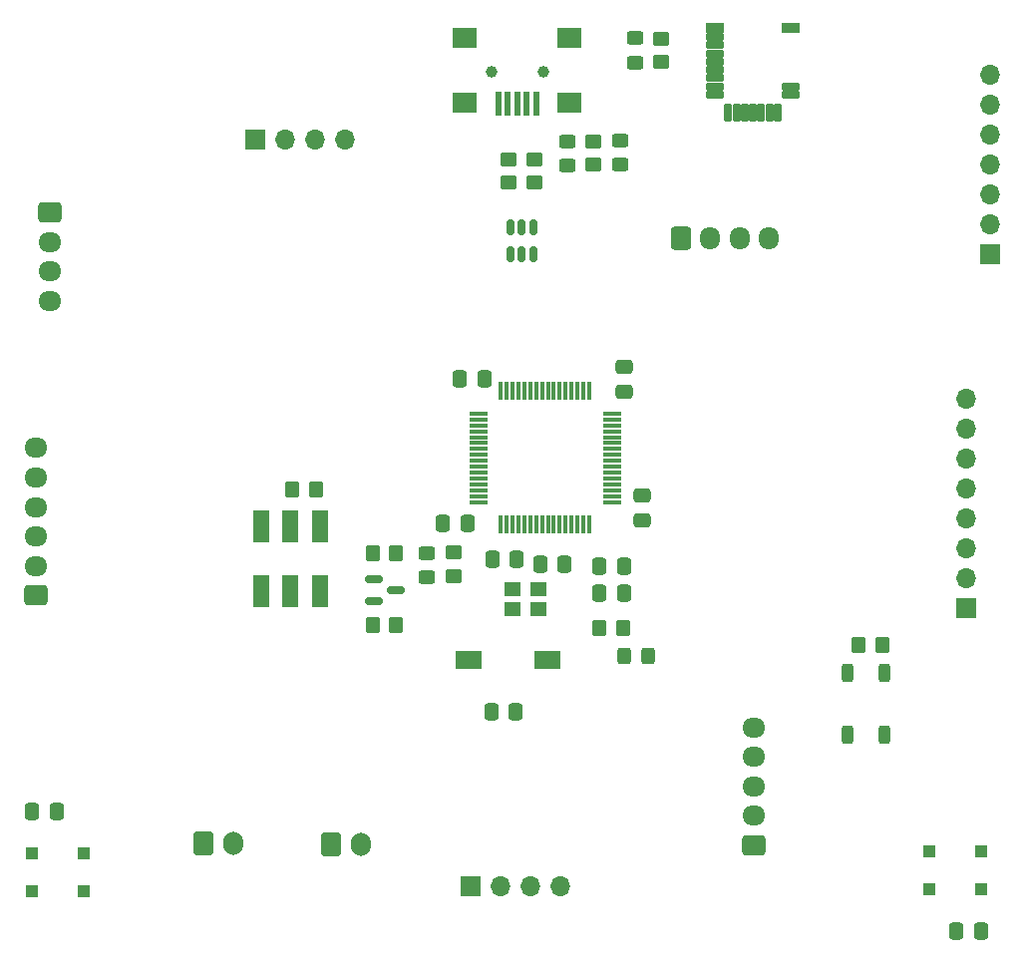
<source format=gbr>
%TF.GenerationSoftware,KiCad,Pcbnew,9.0.1*%
%TF.CreationDate,2025-05-07T09:32:19-06:00*%
%TF.ProjectId,2025_04_STM32F103_RobotBrain,32303235-5f30-4345-9f53-544d33324631,rev?*%
%TF.SameCoordinates,Original*%
%TF.FileFunction,Soldermask,Top*%
%TF.FilePolarity,Negative*%
%FSLAX46Y46*%
G04 Gerber Fmt 4.6, Leading zero omitted, Abs format (unit mm)*
G04 Created by KiCad (PCBNEW 9.0.1) date 2025-05-07 09:32:19*
%MOMM*%
%LPD*%
G01*
G04 APERTURE LIST*
G04 Aperture macros list*
%AMRoundRect*
0 Rectangle with rounded corners*
0 $1 Rounding radius*
0 $2 $3 $4 $5 $6 $7 $8 $9 X,Y pos of 4 corners*
0 Add a 4 corners polygon primitive as box body*
4,1,4,$2,$3,$4,$5,$6,$7,$8,$9,$2,$3,0*
0 Add four circle primitives for the rounded corners*
1,1,$1+$1,$2,$3*
1,1,$1+$1,$4,$5*
1,1,$1+$1,$6,$7*
1,1,$1+$1,$8,$9*
0 Add four rect primitives between the rounded corners*
20,1,$1+$1,$2,$3,$4,$5,0*
20,1,$1+$1,$4,$5,$6,$7,0*
20,1,$1+$1,$6,$7,$8,$9,0*
20,1,$1+$1,$8,$9,$2,$3,0*%
G04 Aperture macros list end*
%ADD10RoundRect,0.250000X-0.450000X0.350000X-0.450000X-0.350000X0.450000X-0.350000X0.450000X0.350000X0*%
%ADD11RoundRect,0.075000X0.075000X-0.700000X0.075000X0.700000X-0.075000X0.700000X-0.075000X-0.700000X0*%
%ADD12RoundRect,0.075000X0.700000X-0.075000X0.700000X0.075000X-0.700000X0.075000X-0.700000X-0.075000X0*%
%ADD13RoundRect,0.250000X0.350000X0.450000X-0.350000X0.450000X-0.350000X-0.450000X0.350000X-0.450000X0*%
%ADD14RoundRect,0.250000X0.450000X-0.350000X0.450000X0.350000X-0.450000X0.350000X-0.450000X-0.350000X0*%
%ADD15RoundRect,0.250000X-0.337500X-0.475000X0.337500X-0.475000X0.337500X0.475000X-0.337500X0.475000X0*%
%ADD16RoundRect,0.250000X-0.600000X-0.750000X0.600000X-0.750000X0.600000X0.750000X-0.600000X0.750000X0*%
%ADD17O,1.700000X2.000000*%
%ADD18R,1.700000X1.700000*%
%ADD19O,1.700000X1.700000*%
%ADD20RoundRect,0.250000X0.725000X-0.600000X0.725000X0.600000X-0.725000X0.600000X-0.725000X-0.600000X0*%
%ADD21O,1.950000X1.700000*%
%ADD22RoundRect,0.250000X0.450000X-0.325000X0.450000X0.325000X-0.450000X0.325000X-0.450000X-0.325000X0*%
%ADD23RoundRect,0.150000X-0.587500X-0.150000X0.587500X-0.150000X0.587500X0.150000X-0.587500X0.150000X0*%
%ADD24RoundRect,0.250000X-0.450000X0.325000X-0.450000X-0.325000X0.450000X-0.325000X0.450000X0.325000X0*%
%ADD25RoundRect,0.250000X-0.350000X-0.450000X0.350000X-0.450000X0.350000X0.450000X-0.350000X0.450000X0*%
%ADD26R,1.000000X1.000000*%
%ADD27RoundRect,0.250000X0.337500X0.475000X-0.337500X0.475000X-0.337500X-0.475000X0.337500X-0.475000X0*%
%ADD28RoundRect,0.250000X-0.725000X0.600000X-0.725000X-0.600000X0.725000X-0.600000X0.725000X0.600000X0*%
%ADD29RoundRect,0.102000X-0.700000X-0.300000X0.700000X-0.300000X0.700000X0.300000X-0.700000X0.300000X0*%
%ADD30RoundRect,0.102000X-0.700000X-0.200000X0.700000X-0.200000X0.700000X0.200000X-0.700000X0.200000X0*%
%ADD31RoundRect,0.102000X-0.200000X-0.700000X0.200000X-0.700000X0.200000X0.700000X-0.200000X0.700000X0*%
%ADD32RoundRect,0.250000X-0.475000X0.337500X-0.475000X-0.337500X0.475000X-0.337500X0.475000X0.337500X0*%
%ADD33RoundRect,0.150000X-0.150000X0.512500X-0.150000X-0.512500X0.150000X-0.512500X0.150000X0.512500X0*%
%ADD34RoundRect,0.250000X-0.600000X-0.725000X0.600000X-0.725000X0.600000X0.725000X-0.600000X0.725000X0*%
%ADD35O,1.700000X1.950000*%
%ADD36R,1.400000X1.200000*%
%ADD37R,2.300000X1.500000*%
%ADD38RoundRect,0.250000X0.325000X0.450000X-0.325000X0.450000X-0.325000X-0.450000X0.325000X-0.450000X0*%
%ADD39RoundRect,0.250000X0.475000X-0.337500X0.475000X0.337500X-0.475000X0.337500X-0.475000X-0.337500X0*%
%ADD40RoundRect,0.250000X-0.250000X0.525000X-0.250000X-0.525000X0.250000X-0.525000X0.250000X0.525000X0*%
%ADD41RoundRect,0.102000X0.600000X1.250000X-0.600000X1.250000X-0.600000X-1.250000X0.600000X-1.250000X0*%
%ADD42C,1.000000*%
%ADD43R,0.500000X2.000000*%
%ADD44R,2.000000X1.700000*%
G04 APERTURE END LIST*
D10*
%TO.C,R2*%
X137680000Y-41715000D03*
X137680000Y-43715000D03*
%TD*%
D11*
%TO.C,U1*%
X136990000Y-72760000D03*
X137490000Y-72760000D03*
X137990000Y-72760000D03*
X138490000Y-72760000D03*
X138990000Y-72760000D03*
X139490000Y-72760000D03*
X139990000Y-72760000D03*
X140490000Y-72760000D03*
X140990000Y-72760000D03*
X141490000Y-72760000D03*
X141990000Y-72760000D03*
X142490000Y-72760000D03*
X142990000Y-72760000D03*
X143490000Y-72760000D03*
X143990000Y-72760000D03*
X144490000Y-72760000D03*
D12*
X146415000Y-70835000D03*
X146415000Y-70335000D03*
X146415000Y-69835000D03*
X146415000Y-69335000D03*
X146415000Y-68835000D03*
X146415000Y-68335000D03*
X146415000Y-67835000D03*
X146415000Y-67335000D03*
X146415000Y-66835000D03*
X146415000Y-66335000D03*
X146415000Y-65835000D03*
X146415000Y-65335000D03*
X146415000Y-64835000D03*
X146415000Y-64335000D03*
X146415000Y-63835000D03*
X146415000Y-63335000D03*
D11*
X144490000Y-61410000D03*
X143990000Y-61410000D03*
X143490000Y-61410000D03*
X142990000Y-61410000D03*
X142490000Y-61410000D03*
X141990000Y-61410000D03*
X141490000Y-61410000D03*
X140990000Y-61410000D03*
X140490000Y-61410000D03*
X139990000Y-61410000D03*
X139490000Y-61410000D03*
X138990000Y-61410000D03*
X138490000Y-61410000D03*
X137990000Y-61410000D03*
X137490000Y-61410000D03*
X136990000Y-61410000D03*
D12*
X135065000Y-63335000D03*
X135065000Y-63835000D03*
X135065000Y-64335000D03*
X135065000Y-64835000D03*
X135065000Y-65335000D03*
X135065000Y-65835000D03*
X135065000Y-66335000D03*
X135065000Y-66835000D03*
X135065000Y-67335000D03*
X135065000Y-67835000D03*
X135065000Y-68335000D03*
X135065000Y-68835000D03*
X135065000Y-69335000D03*
X135065000Y-69835000D03*
X135065000Y-70335000D03*
X135065000Y-70835000D03*
%TD*%
D13*
%TO.C,R9*%
X128117500Y-81300000D03*
X126117500Y-81300000D03*
%TD*%
D14*
%TO.C,R3*%
X139860000Y-43735000D03*
X139860000Y-41735000D03*
%TD*%
D15*
%TO.C,C12*%
X97200000Y-97150000D03*
X99275000Y-97150000D03*
%TD*%
D16*
%TO.C,J6*%
X122580000Y-99900000D03*
D17*
X125080000Y-99900000D03*
%TD*%
D18*
%TO.C,J9*%
X178500000Y-49800000D03*
D19*
X178500000Y-47260000D03*
X178500000Y-44720000D03*
X178500000Y-42180000D03*
X178500000Y-39640000D03*
X178500000Y-37100000D03*
X178500000Y-34560000D03*
%TD*%
D20*
%TO.C,J8*%
X158475000Y-100000000D03*
D21*
X158475000Y-97500000D03*
X158475000Y-95000000D03*
X158475000Y-92500000D03*
X158475000Y-90000000D03*
%TD*%
D18*
%TO.C,J2*%
X176465000Y-79835000D03*
D19*
X176465000Y-77295000D03*
X176465000Y-74755000D03*
X176465000Y-72215000D03*
X176465000Y-69675000D03*
X176465000Y-67135000D03*
X176465000Y-64595000D03*
X176465000Y-62055000D03*
%TD*%
D22*
%TO.C,D4*%
X148410000Y-33500000D03*
X148410000Y-31450000D03*
%TD*%
D23*
%TO.C,Q1*%
X126210000Y-77360000D03*
X126210000Y-79260000D03*
X128085000Y-78310000D03*
%TD*%
D24*
%TO.C,D3*%
X130690000Y-75155000D03*
X130690000Y-77205000D03*
%TD*%
D25*
%TO.C,R5*%
X145347500Y-81570000D03*
X147347500Y-81570000D03*
%TD*%
D26*
%TO.C,LED1*%
X97150000Y-100700000D03*
X97150000Y-103900000D03*
X101550000Y-103900000D03*
X101550000Y-100700000D03*
%TD*%
D24*
%TO.C,F1*%
X142670000Y-40210000D03*
X142670000Y-42260000D03*
%TD*%
D27*
%TO.C,C9*%
X138337500Y-75730000D03*
X136262500Y-75730000D03*
%TD*%
D13*
%TO.C,R10*%
X128117500Y-75210000D03*
X126117500Y-75210000D03*
%TD*%
D18*
%TO.C,J4*%
X116160000Y-40040000D03*
D19*
X118700000Y-40040000D03*
X121240000Y-40040000D03*
X123780000Y-40040000D03*
%TD*%
D25*
%TO.C,R8*%
X167400000Y-82950000D03*
X169400000Y-82950000D03*
%TD*%
D28*
%TO.C,J11*%
X98720000Y-46270000D03*
D21*
X98720000Y-48770000D03*
X98720000Y-51270000D03*
X98720000Y-53770000D03*
%TD*%
D29*
%TO.C,MDBT42T-AT1*%
X155200000Y-30540000D03*
D30*
X155200000Y-31340000D03*
X155200000Y-32040000D03*
X155200000Y-32740000D03*
X155200000Y-33440000D03*
X155200000Y-34140000D03*
X155200000Y-34840000D03*
X155200000Y-35540000D03*
X155200000Y-36240000D03*
D31*
X156300000Y-37740000D03*
X157000000Y-37740000D03*
X157700000Y-37740000D03*
X158400000Y-37740000D03*
X159100000Y-37740000D03*
X159800000Y-37740000D03*
X160500000Y-37740000D03*
D30*
X161600000Y-36240000D03*
X161600000Y-35540000D03*
D29*
X161600000Y-30540000D03*
%TD*%
D27*
%TO.C,C2*%
X135577500Y-60340000D03*
X133502500Y-60340000D03*
%TD*%
D10*
%TO.C,R6*%
X132960000Y-75150000D03*
X132960000Y-77150000D03*
%TD*%
D14*
%TO.C,R7*%
X150640000Y-33475000D03*
X150640000Y-31475000D03*
%TD*%
D32*
%TO.C,C4*%
X148960000Y-70302500D03*
X148960000Y-72377500D03*
%TD*%
D33*
%TO.C,U2*%
X139730000Y-47510000D03*
X138780000Y-47510000D03*
X137830000Y-47510000D03*
X137830000Y-49785000D03*
X138780000Y-49785000D03*
X139730000Y-49785000D03*
%TD*%
D15*
%TO.C,C5*%
X145352500Y-76290000D03*
X147427500Y-76290000D03*
%TD*%
D18*
%TO.C,J3*%
X134460000Y-103485000D03*
D19*
X137000000Y-103485000D03*
X139540000Y-103485000D03*
X142080000Y-103485000D03*
%TD*%
D34*
%TO.C,J7*%
X152250000Y-48475000D03*
D35*
X154750000Y-48475000D03*
X157250000Y-48475000D03*
X159750000Y-48475000D03*
%TD*%
D36*
%TO.C,Y2*%
X137952500Y-79920000D03*
X140152500Y-79920000D03*
X140152500Y-78220000D03*
X137952500Y-78220000D03*
%TD*%
D37*
%TO.C,SW1*%
X134220000Y-84280000D03*
X140920000Y-84280000D03*
%TD*%
D15*
%TO.C,C6*%
X145352500Y-78580000D03*
X147427500Y-78580000D03*
%TD*%
D16*
%TO.C,J5*%
X111750000Y-99875000D03*
D17*
X114250000Y-99875000D03*
%TD*%
D38*
%TO.C,D2*%
X149492500Y-83950000D03*
X147442500Y-83950000D03*
%TD*%
D27*
%TO.C,C1*%
X134137500Y-72690000D03*
X132062500Y-72690000D03*
%TD*%
D26*
%TO.C,LED2*%
X177760000Y-103740000D03*
X177760000Y-100540000D03*
X173360000Y-100540000D03*
X173360000Y-103740000D03*
%TD*%
D15*
%TO.C,C8*%
X140312500Y-76140000D03*
X142387500Y-76140000D03*
%TD*%
D13*
%TO.C,R1*%
X121300000Y-69810000D03*
X119300000Y-69810000D03*
%TD*%
D20*
%TO.C,J10*%
X97510000Y-78760000D03*
D21*
X97510000Y-76260000D03*
X97510000Y-73760000D03*
X97510000Y-71260000D03*
X97510000Y-68760000D03*
X97510000Y-66260000D03*
%TD*%
D39*
%TO.C,C3*%
X147470000Y-61457500D03*
X147470000Y-59382500D03*
%TD*%
D40*
%TO.C,SW2*%
X169600000Y-85375000D03*
X169600000Y-90625000D03*
X166400000Y-85375000D03*
X166400000Y-90625000D03*
%TD*%
D22*
%TO.C,D1*%
X147160000Y-42210000D03*
X147160000Y-40160000D03*
%TD*%
D41*
%TO.C,S1*%
X121610000Y-72880000D03*
X119110000Y-72880000D03*
X116610000Y-72880000D03*
X121610000Y-78380000D03*
X119110000Y-78380000D03*
X116610000Y-78380000D03*
%TD*%
D27*
%TO.C,C11*%
X177747500Y-107320000D03*
X175672500Y-107320000D03*
%TD*%
D42*
%TO.C,J1*%
X140580000Y-34300000D03*
X136180000Y-34300000D03*
D43*
X139980000Y-37000000D03*
X139180000Y-37000000D03*
X138380000Y-37000000D03*
X137580000Y-37000000D03*
X136780000Y-37000000D03*
D44*
X142830000Y-36900000D03*
X142830000Y-31450000D03*
X133930000Y-36900000D03*
X133930000Y-31450000D03*
%TD*%
D27*
%TO.C,C7*%
X138247500Y-88630000D03*
X136172500Y-88630000D03*
%TD*%
D14*
%TO.C,R4*%
X144880000Y-42215000D03*
X144880000Y-40215000D03*
%TD*%
M02*

</source>
